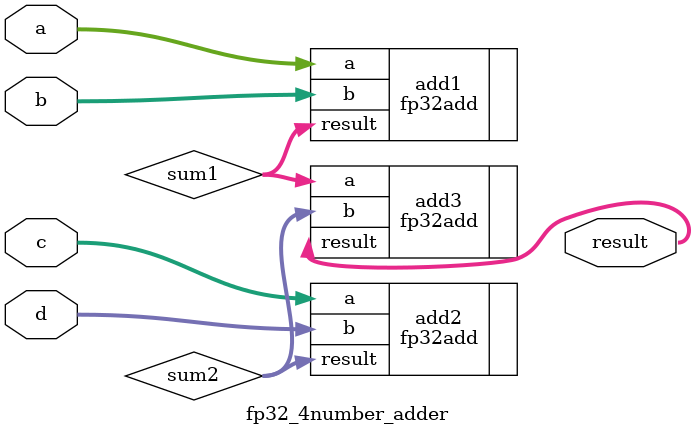
<source format=v>
module fp32_4number_adder(
    input [31:0] a,
    input [31:0] b,
    input [31:0] c,
    input [31:0] d,
    output [31:0] result
);
    wire [31:0] sum1, sum2;

    fp32add add1 (.a(a), .b(b), .result(sum1));
    fp32add add2 (.a(c), .b(d), .result(sum2));
    fp32add add3 (.a(sum1), .b(sum2), .result(result));
endmodule
</source>
